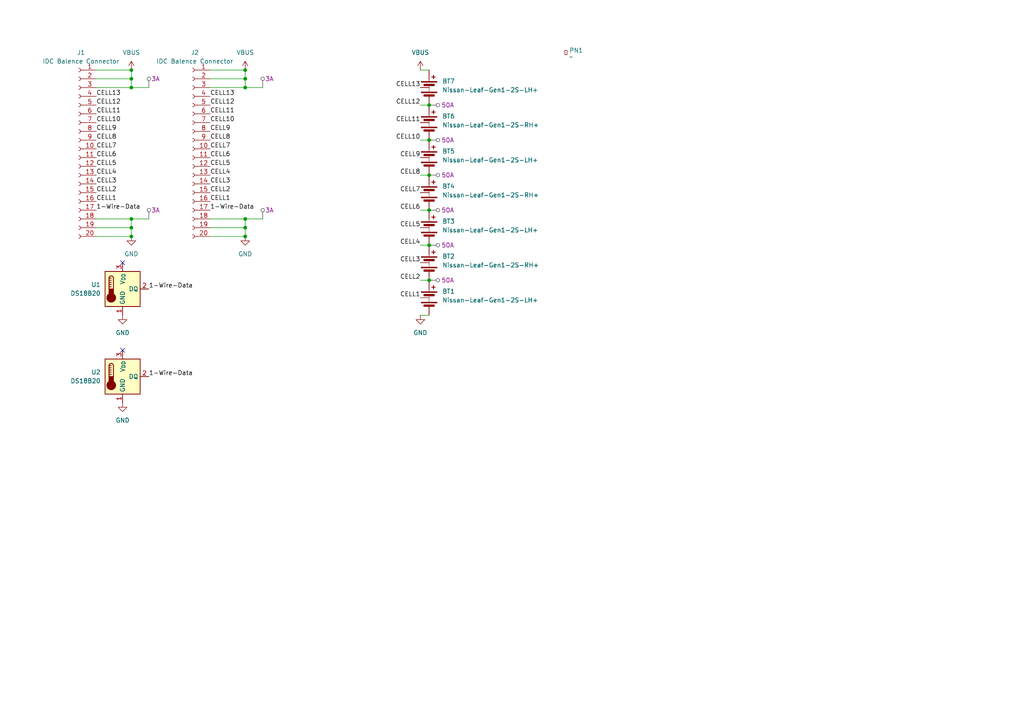
<source format=kicad_sch>
(kicad_sch (version 20250114) (generator "eeschema") (generator_version "9.0")
  (paper "A4")
  (title_block (title "Backplane") (date "2025-04-22") (rev "1") (company "Chris Dirks"))
  (lib_symbols
    (symbol "Connector:Conn_01x20_Socket" (pin_names (offset 1.016) (hide yes))
      (property "Reference" "J" (at 0 25.4 0))
      (property "Value" "Conn_01x20_Socket" (at 0 -27.94 0))
      (symbol "Conn_01x20_Socket_1_1"
        (polyline (pts (xy -1.27 22.86) (xy -0.508 22.86)) (stroke (width 0.1524)))
        (polyline (pts (xy -1.27 20.32) (xy -0.508 20.32)) (stroke (width 0.1524)))
        (polyline (pts (xy -1.27 17.78) (xy -0.508 17.78)) (stroke (width 0.1524)))
        (polyline (pts (xy -1.27 15.24) (xy -0.508 15.24)) (stroke (width 0.1524)))
        (polyline (pts (xy -1.27 12.7) (xy -0.508 12.7)) (stroke (width 0.1524)))
        (polyline (pts (xy -1.27 10.16) (xy -0.508 10.16)) (stroke (width 0.1524)))
        (polyline (pts (xy -1.27 7.62) (xy -0.508 7.62)) (stroke (width 0.1524)))
        (polyline (pts (xy -1.27 5.08) (xy -0.508 5.08)) (stroke (width 0.1524)))
        (polyline (pts (xy -1.27 2.54) (xy -0.508 2.54)) (stroke (width 0.1524)))
        (polyline (pts (xy -1.27 0) (xy -0.508 0)) (stroke (width 0.1524)))
        (polyline (pts (xy -1.27 -2.54) (xy -0.508 -2.54)) (stroke (width 0.1524)))
        (polyline (pts (xy -1.27 -5.08) (xy -0.508 -5.08)) (stroke (width 0.1524)))
        (polyline (pts (xy -1.27 -7.62) (xy -0.508 -7.62)) (stroke (width 0.1524)))
        (polyline (pts (xy -1.27 -10.16) (xy -0.508 -10.16)) (stroke (width 0.1524)))
        (polyline (pts (xy -1.27 -12.7) (xy -0.508 -12.7)) (stroke (width 0.1524)))
        (polyline (pts (xy -1.27 -15.24) (xy -0.508 -15.24)) (stroke (width 0.1524)))
        (polyline (pts (xy -1.27 -17.78) (xy -0.508 -17.78)) (stroke (width 0.1524)))
        (polyline (pts (xy -1.27 -20.32) (xy -0.508 -20.32)) (stroke (width 0.1524)))
        (polyline (pts (xy -1.27 -22.86) (xy -0.508 -22.86)) (stroke (width 0.1524)))
        (polyline (pts (xy -1.27 -25.4) (xy -0.508 -25.4)) (stroke (width 0.1524)))
        (arc (start 0 22.352) (mid -0.5058 22.86) (end 0 23.368) (stroke (width 0.1524)))
        (arc (start 0 19.812) (mid -0.5058 20.32) (end 0 20.828) (stroke (width 0.1524)))
        (arc (start 0 17.272) (mid -0.5058 17.78) (end 0 18.288) (stroke (width 0.1524)))
        (arc (start 0 14.732) (mid -0.5058 15.24) (end 0 15.748) (stroke (width 0.1524)))
        (arc (start 0 12.192) (mid -0.5058 12.7) (end 0 13.208) (stroke (width 0.1524)))
        (arc (start 0 9.652) (mid -0.5058 10.16) (end 0 10.668) (stroke (width 0.1524)))
        (arc (start 0 7.112) (mid -0.5058 7.62) (end 0 8.128) (stroke (width 0.1524)))
        (arc (start 0 4.572) (mid -0.5058 5.08) (end 0 5.588) (stroke (width 0.1524)))
        (arc (start 0 2.032) (mid -0.5058 2.54) (end 0 3.048) (stroke (width 0.1524)))
        (arc (start 0 -0.508) (mid -0.5058 0) (end 0 0.508) (stroke (width 0.1524)))
        (arc (start 0 -3.048) (mid -0.5058 -2.54) (end 0 -2.032) (stroke (width 0.1524)))
        (arc (start 0 -5.588) (mid -0.5058 -5.08) (end 0 -4.572) (stroke (width 0.1524)))
        (arc (start 0 -8.128) (mid -0.5058 -7.62) (end 0 -7.112) (stroke (width 0.1524)))
        (arc (start 0 -10.668) (mid -0.5058 -10.16) (end 0 -9.652) (stroke (width 0.1524)))
        (arc (start 0 -13.208) (mid -0.5058 -12.7) (end 0 -12.192) (stroke (width 0.1524)))
        (arc (start 0 -15.748) (mid -0.5058 -15.24) (end 0 -14.732) (stroke (width 0.1524)))
        (arc (start 0 -18.288) (mid -0.5058 -17.78) (end 0 -17.272) (stroke (width 0.1524)))
        (arc (start 0 -20.828) (mid -0.5058 -20.32) (end 0 -19.812) (stroke (width 0.1524)))
        (arc (start 0 -23.368) (mid -0.5058 -22.86) (end 0 -22.352) (stroke (width 0.1524)))
        (arc (start 0 -25.908) (mid -0.5058 -25.4) (end 0 -24.892) (stroke (width 0.1524)))
        (pin passive line (at -5.08 22.86 0) (length 3.81) (name "Pin_1") (number "1"))
        (pin passive line (at -5.08 20.32 0) (length 3.81) (name "Pin_2") (number "2"))
        (pin passive line (at -5.08 17.78 0) (length 3.81) (name "Pin_3") (number "3"))
        (pin passive line (at -5.08 15.24 0) (length 3.81) (name "Pin_4") (number "4"))
        (pin passive line (at -5.08 12.7 0) (length 3.81) (name "Pin_5") (number "5"))
        (pin passive line (at -5.08 10.16 0) (length 3.81) (name "Pin_6") (number "6"))
        (pin passive line (at -5.08 7.62 0) (length 3.81) (name "Pin_7") (number "7"))
        (pin passive line (at -5.08 5.08 0) (length 3.81) (name "Pin_8") (number "8"))
        (pin passive line (at -5.08 2.54 0) (length 3.81) (name "Pin_9") (number "9"))
        (pin passive line (at -5.08 0 0) (length 3.81) (name "Pin_10") (number "10"))
        (pin passive line (at -5.08 -2.54 0) (length 3.81) (name "Pin_11") (number "11"))
        (pin passive line (at -5.08 -5.08 0) (length 3.81) (name "Pin_12") (number "12"))
        (pin passive line (at -5.08 -7.62 0) (length 3.81) (name "Pin_13") (number "13"))
        (pin passive line (at -5.08 -10.16 0) (length 3.81) (name "Pin_14") (number "14"))
        (pin passive line (at -5.08 -12.7 0) (length 3.81) (name "Pin_15") (number "15"))
        (pin passive line (at -5.08 -15.24 0) (length 3.81) (name "Pin_16") (number "16"))
        (pin passive line (at -5.08 -17.78 0) (length 3.81) (name "Pin_17") (number "17"))
        (pin passive line (at -5.08 -20.32 0) (length 3.81) (name "Pin_18") (number "18"))
        (pin passive line (at -5.08 -22.86 0) (length 3.81) (name "Pin_19") (number "19"))
        (pin passive line (at -5.08 -25.4 0) (length 3.81) (name "Pin_20") (number "20"))
      )
    )
    (symbol "Custom-Symbols:Nissan-Leaf-Gen1-2S-LH+" (pin_numbers (hide yes)) (pin_names (offset 0) (hide yes))
      (property "Reference" "BT" (at 2.54 2.54 0))
      (property "Value" "Nissan-Leaf-Gen1-2S-LH+" (at 2.54 0 0))
      (symbol "Nissan-Leaf-Gen1-2S-LH+_0_1"
        (rectangle (start -2.286 1.778) (end 2.286 1.524) (fill (type outline)))
        (rectangle (start -2.286 -1.27) (end 2.286 -1.524) (fill (type outline)))
        (rectangle (start -1.524 1.016) (end 1.524 0.508) (fill (type outline)))
        (rectangle (start -1.524 -2.032) (end 1.524 -2.54) (fill (type outline)))
        (polyline (pts (xy 0 1.778) (xy 0 2.54)))
        (polyline (pts (xy 0 0) (xy 0 0.254)))
        (polyline (pts (xy 0 -0.508) (xy 0 -0.254)))
        (polyline (pts (xy 0 -1.016) (xy 0 -0.762)))
        (polyline (pts (xy 0.762 3.048) (xy 1.778 3.048)) (stroke (width 0.254)))
        (polyline (pts (xy 1.27 3.556) (xy 1.27 2.54)) (stroke (width 0.254)))
      )
      (symbol "Nissan-Leaf-Gen1-2S-LH+_1_1"
        (pin passive line (at -2.54 0 0) (length 2.54) (name "-") (number "2"))
        (pin passive line (at 0 5.08 270) (length 2.54) (name "+") (number "1"))
        (pin passive line (at 0 -5.08 90) (length 2.54) (name "-") (number "3"))
      )
    )
    (symbol "Custom-Symbols:Nissan-Leaf-Gen1-2S-RH+" (pin_numbers (hide yes)) (pin_names (offset 0) (hide yes))
      (property "Reference" "BT" (at 2.54 2.54 0))
      (property "Value" "Nissan-Leaf-Gen1-2S-RH+" (at 2.54 0 0))
      (symbol "Nissan-Leaf-Gen1-2S-RH+_0_1"
        (rectangle (start -2.286 1.778) (end 2.286 1.524) (fill (type outline)))
        (rectangle (start -2.286 -1.27) (end 2.286 -1.524) (fill (type outline)))
        (rectangle (start -1.524 1.016) (end 1.524 0.508) (fill (type outline)))
        (rectangle (start -1.524 -2.032) (end 1.524 -2.54) (fill (type outline)))
        (polyline (pts (xy 0 1.778) (xy 0 2.54)))
        (polyline (pts (xy 0 0) (xy 0 0.254)))
        (polyline (pts (xy 0 -0.508) (xy 0 -0.254)))
        (polyline (pts (xy 0 -1.016) (xy 0 -0.762)))
        (polyline (pts (xy 0.762 3.048) (xy 1.778 3.048)) (stroke (width 0.254)))
        (polyline (pts (xy 1.27 3.556) (xy 1.27 2.54)) (stroke (width 0.254)))
      )
      (symbol "Nissan-Leaf-Gen1-2S-RH+_1_1"
        (pin passive line (at -2.54 0 0) (length 2.54) (name "-") (number "2"))
        (pin passive line (at 0 5.08 270) (length 2.54) (name "+") (number "1"))
        (pin passive line (at 0 -5.08 90) (length 2.54) (name "-") (number "3"))
      )
    )
    (symbol "PCM_JLCPCB-Manufacturing:Part Number, PCM_JLCPCB, 0.8x0.15mm"
      (property "Reference" "PN" (at 2.286 0 0))
      (symbol "Part Number, PCM_JLCPCB, 0.8x0.15mm_0_1"
        (rectangle (start 0 0.635) (end 0.635 -0.635))
      )
    )
    (symbol "Sensor_Temperature:DS18B20"
      (property "Reference" "U" (at -3.81 6.35 0))
      (property "Value" "DS18B20" (at 6.35 6.35 0))
      (symbol "DS18B20_0_1"
        (rectangle (start -5.08 5.08) (end 5.08 -5.08) (stroke (width 0.254)) (fill (type background)))
        (polyline (pts (xy -3.937 3.175) (xy -3.937 0)) (stroke (width 0.254)))
        (polyline (pts (xy -3.937 3.175) (xy -3.302 3.175)) (stroke (width 0.254)))
        (polyline (pts (xy -3.937 2.54) (xy -3.302 2.54)) (stroke (width 0.254)))
        (polyline (pts (xy -3.937 1.905) (xy -3.302 1.905)) (stroke (width 0.254)))
        (polyline (pts (xy -3.937 1.27) (xy -3.302 1.27)) (stroke (width 0.254)))
        (polyline (pts (xy -3.937 0.635) (xy -3.302 0.635)) (stroke (width 0.254)))
        (arc (start -3.937 3.175) (mid -3.302 3.8073) (end -2.667 3.175) (stroke (width 0.254)))
        (circle (center -3.302 -2.54) (radius 1.27) (stroke (width 0.254)) (fill (type outline)))
        (polyline (pts (xy -2.667 3.175) (xy -2.667 0)) (stroke (width 0.254)))
        (rectangle (start -2.667 -1.905) (end -3.937 0) (stroke (width 0.254)) (fill (type outline)))
      )
      (symbol "DS18B20_1_1"
        (pin power_in line (at 0 7.62 270) (length 2.54) (name "V_{DD}") (number "3"))
        (pin power_in line (at 0 -7.62 90) (length 2.54) (name "GND") (number "1"))
        (pin bidirectional line (at 7.62 0 180) (length 2.54) (name "DQ") (number "2"))
      )
    )
    (symbol "power:GND" (power) (pin_numbers (hide yes)) (pin_names (offset 0) (hide yes))
      (property "Value" "GND" (at 0 -3.81 0))
      (symbol "GND_0_1"
        (polyline (pts (xy 0 0) (xy 0 -1.27) (xy 1.27 -1.27) (xy 0 -2.54) (xy -1.27 -1.27) (xy 0 -1.27)))
      )
      (symbol "GND_1_1"
        (pin power_in line (at 0 0 270) (length 0) (name "~") (number "1"))
      )
    )
    (symbol "power:VBUS" (power) (pin_numbers (hide yes)) (pin_names (offset 0) (hide yes))
      (property "Value" "VBUS" (at 0 3.556 0))
      (symbol "VBUS_0_1"
        (polyline (pts (xy -0.762 1.27) (xy 0 2.54)))
        (polyline (pts (xy 0 2.54) (xy 0.762 1.27)))
        (polyline (pts (xy 0 0) (xy 0 2.54)))
      )
      (symbol "VBUS_1_1"
        (pin power_in line (at 0 0 90) (length 0) (name "~") (number "1"))
      )
    )
  )
  (junction (at 124.46 81.28))
  (junction (at 38.1 22.86))
  (junction (at 124.46 71.12))
  (junction (at 71.12 63.5))
  (junction (at 38.1 68.58))
  (junction (at 38.1 66.04))
  (junction (at 71.12 66.04))
  (junction (at 71.12 22.86))
  (junction (at 124.46 30.48))
  (junction (at 38.1 20.32))
  (junction (at 71.12 68.58))
  (junction (at 71.12 20.32))
  (junction (at 38.1 63.5))
  (junction (at 71.12 25.4))
  (junction (at 38.1 25.4))
  (junction (at 124.46 40.64))
  (junction (at 124.46 60.96))
  (junction (at 124.46 50.8))
  (no_connect (at 35.56 76.2))
  (no_connect (at 35.56 101.6))
  (wire (pts (xy 38.1 66.04) (xy 38.1 68.58)))
  (wire (pts (xy 71.12 63.5) (xy 71.12 66.04)))
  (wire (pts (xy 27.94 66.04) (xy 38.1 66.04)))
  (wire (pts (xy 60.96 25.4) (xy 71.12 25.4)))
  (wire (pts (xy 121.92 20.32) (xy 124.46 20.32)))
  (wire (pts (xy 38.1 22.86) (xy 38.1 20.32)))
  (wire (pts (xy 121.92 71.12) (xy 124.46 71.12)))
  (wire (pts (xy 60.96 63.5) (xy 71.12 63.5)))
  (wire (pts (xy 60.96 68.58) (xy 71.12 68.58)))
  (wire (pts (xy 27.94 20.32) (xy 38.1 20.32)))
  (wire (pts (xy 121.92 40.64) (xy 124.46 40.64)))
  (wire (pts (xy 27.94 25.4) (xy 38.1 25.4)))
  (wire (pts (xy 38.1 25.4) (xy 38.1 22.86)))
  (wire (pts (xy 38.1 25.4) (xy 43.18 25.4)))
  (wire (pts (xy 71.12 22.86) (xy 71.12 20.32)))
  (wire (pts (xy 121.92 91.44) (xy 124.46 91.44)))
  (wire (pts (xy 71.12 25.4) (xy 76.2 25.4)))
  (wire (pts (xy 27.94 63.5) (xy 38.1 63.5)))
  (wire (pts (xy 121.92 30.48) (xy 124.46 30.48)))
  (wire (pts (xy 71.12 25.4) (xy 71.12 22.86)))
  (wire (pts (xy 71.12 63.5) (xy 76.2 63.5)))
  (wire (pts (xy 27.94 68.58) (xy 38.1 68.58)))
  (wire (pts (xy 60.96 66.04) (xy 71.12 66.04)))
  (wire (pts (xy 27.94 22.86) (xy 38.1 22.86)))
  (wire (pts (xy 60.96 20.32) (xy 71.12 20.32)))
  (wire (pts (xy 121.92 81.28) (xy 124.46 81.28)))
  (wire (pts (xy 38.1 63.5) (xy 43.18 63.5)))
  (wire (pts (xy 38.1 63.5) (xy 38.1 66.04)))
  (wire (pts (xy 60.96 22.86) (xy 71.12 22.86)))
  (wire (pts (xy 71.12 66.04) (xy 71.12 68.58)))
  (wire (pts (xy 121.92 60.96) (xy 124.46 60.96)))
  (wire (pts (xy 121.92 50.8) (xy 124.46 50.8)))
  (label "CELL10" (at 121.92 40.64 180))
  (label "CELL1" (at 121.92 86.36 180))
  (label "CELL8" (at 27.94 40.64 0))
  (label "1-Wire-Data" (at 43.18 109.22 0))
  (label "CELL4" (at 60.96 50.8 0))
  (label "CELL12" (at 121.92 30.48 180))
  (label "CELL7" (at 27.94 43.18 0))
  (label "CELL9" (at 27.94 38.1 0))
  (label "CELL4" (at 121.92 71.12 180))
  (label "CELL6" (at 60.96 45.72 0))
  (label "CELL7" (at 121.92 55.88 180))
  (label "CELL10" (at 27.94 35.56 0))
  (label "CELL9" (at 121.92 45.72 180))
  (label "1-Wire-Data" (at 60.96 60.96 0))
  (label "CELL13" (at 27.94 27.94 0))
  (label "CELL2" (at 27.94 55.88 0))
  (label "CELL5" (at 27.94 48.26 0))
  (label "CELL6" (at 27.94 45.72 0))
  (label "CELL10" (at 60.96 35.56 0))
  (label "CELL4" (at 27.94 50.8 0))
  (label "CELL13" (at 60.96 27.94 0))
  (label "CELL13" (at 121.92 25.4 180))
  (label "CELL12" (at 60.96 30.48 0))
  (label "CELL8" (at 121.92 50.8 180))
  (label "CELL8" (at 60.96 40.64 0))
  (label "CELL1" (at 60.96 58.42 0))
  (label "CELL3" (at 121.92 76.2 180))
  (label "CELL9" (at 60.96 38.1 0))
  (label "CELL5" (at 60.96 48.26 0))
  (label "1-Wire-Data" (at 43.18 83.82 0))
  (label "CELL5" (at 121.92 66.04 180))
  (label "CELL11" (at 121.92 35.56 180))
  (label "CELL1" (at 27.94 58.42 0))
  (label "CELL2" (at 121.92 81.28 180))
  (label "CELL11" (at 27.94 33.02 0))
  (label "CELL2" (at 60.96 55.88 0))
  (label "CELL7" (at 60.96 43.18 0))
  (label "1-Wire-Data" (at 27.94 60.96 0))
  (label "CELL3" (at 27.94 53.34 0))
  (label "CELL11" (at 60.96 33.02 0))
  (label "CELL6" (at 121.92 60.96 180))
  (label "CELL3" (at 60.96 53.34 0))
  (label "CELL12" (at 27.94 30.48 0))
  (netclass_flag "" (length 2.54) (shape round) (at 124.46 50.8 270) (property "Netclass" "50A" (at 128.016 50.8 0) (effects (justify left))))
  (netclass_flag "" (length 2.54) (shape round) (at 76.2 63.5 0) (property "Netclass" "3A" (at 76.8985 60.96 0) (effects (justify left))))
  (netclass_flag "" (length 2.54) (shape round) (at 124.46 40.64 270) (property "Netclass" "50A" (at 128.016 40.64 0) (effects (justify left))))
  (netclass_flag "" (length 2.54) (shape round) (at 124.46 30.48 270) (property "Netclass" "50A" (at 128.016 30.48 0) (effects (justify left))))
  (netclass_flag "" (length 2.54) (shape round) (at 43.18 63.5 0) (property "Netclass" "3A" (at 43.8785 60.96 0) (effects (justify left))))
  (netclass_flag "" (length 2.54) (shape round) (at 124.46 81.28 270) (property "Netclass" "50A" (at 128.016 81.28 0) (effects (justify left))))
  (netclass_flag "" (length 2.54) (shape round) (at 124.46 60.96 270) (property "Netclass" "50A" (at 128.016 60.96 0) (effects (justify left))))
  (netclass_flag "" (length 2.54) (shape round) (at 124.46 71.12 270) (property "Netclass" "50A" (at 128.016 71.12 0) (effects (justify left))))
  (netclass_flag "" (length 2.54) (shape round) (at 43.18 25.4 0) (property "Netclass" "3A" (at 43.8785 22.86 0) (effects (justify left))))
  (netclass_flag "" (length 2.54) (shape round) (at 76.2 25.4 0) (property "Netclass" "3A" (at 76.8985 22.86 0) (effects (justify left))))
  (symbol (lib_id "Connector:Conn_01x20_Socket") (at 55.88 43.18 0) (mirror y) (unit 1)
    (property "Reference" "J2" (at 56.515 15.24 0))
    (property "Value" "IDC Balence Connector" (at 56.515 17.78 0))
    (property "Footprint" "Connector_IDC:IDC-Header_2x10_P2.54mm_Vertical" (effects (hide yes)))
    (property "Description" "Generic connector, single row, 01x20, script generated" (effects (hide yes)))
  )
  (symbol (lib_id "Custom-Symbols:Nissan-Leaf-Gen1-2S-LH+") (at 124.46 66.04 0) (unit 1)
    (property "Reference" "BT3" (at 128.27 64.1984 0) (effects (justify left)))
    (property "Value" "Nissan-Leaf-Gen1-2S-LH+" (at 128.27 66.7384 0) (effects (justify left)))
    (property "Footprint" "Custom-Footprints:Nissan-Leaf-Gen1-2S-LH+" (effects (hide yes)))
    (property "Description" "Multiple-cell battery" (effects (hide yes)))
  )
  (symbol (lib_id "Custom-Symbols:Nissan-Leaf-Gen1-2S-RH+") (at 124.46 55.88 0) (unit 1)
    (property "Reference" "BT4" (at 128.27 54.0384 0) (effects (justify left)))
    (property "Value" "Nissan-Leaf-Gen1-2S-RH+" (at 128.27 56.5784 0) (effects (justify left)))
    (property "Footprint" "Custom-Footprints:Nissan-Leaf-Gen1-2S-RH+" (effects (hide yes)))
    (property "Description" "Multiple-cell battery" (effects (hide yes)))
  )
  (symbol (lib_id "Custom-Symbols:Nissan-Leaf-Gen1-2S-LH+") (at 124.46 86.36 0) (unit 1)
    (property "Reference" "BT1" (at 128.27 84.5184 0) (effects (justify left)))
    (property "Value" "Nissan-Leaf-Gen1-2S-LH+" (at 128.27 87.0584 0) (effects (justify left)))
    (property "Footprint" "Custom-Footprints:Nissan-Leaf-Gen1-2S-LH+" (effects (hide yes)))
    (property "Description" "Multiple-cell battery" (effects (hide yes)))
  )
  (symbol (lib_id "Custom-Symbols:Nissan-Leaf-Gen1-2S-RH+") (at 124.46 35.56 0) (unit 1)
    (property "Reference" "BT6" (at 128.27 33.7184 0) (effects (justify left)))
    (property "Value" "Nissan-Leaf-Gen1-2S-RH+" (at 128.27 36.2584 0) (effects (justify left)))
    (property "Footprint" "Custom-Footprints:Nissan-Leaf-Gen1-2S-RH+" (effects (hide yes)))
    (property "Description" "Multiple-cell battery" (effects (hide yes)))
  )
  (symbol (lib_id "Connector:Conn_01x20_Socket") (at 22.86 43.18 0) (mirror y) (unit 1)
    (property "Reference" "J1" (at 23.495 15.24 0))
    (property "Value" "IDC Balence Connector" (at 23.495 17.78 0))
    (property "Footprint" "Connector_IDC:IDC-Header_2x10_P2.54mm_Vertical" (effects (hide yes)))
    (property "Description" "Generic connector, single row, 01x20, script generated" (effects (hide yes)))
  )
  (symbol (lib_id "Sensor_Temperature:DS18B20") (at 35.56 83.82 0) (unit 1)
    (property "Reference" "U1" (at 29.21 82.5499 0) (effects (justify right)))
    (property "Value" "DS18B20" (at 29.21 85.0899 0) (effects (justify right)))
    (property "Footprint" "Package_TO_SOT_THT:TO-92_Inline_Horizontal1" (effects (hide yes)))
    (property "Datasheet" "http://datasheets.maximintegrated.com/en/ds/DS18B20.pdf" (effects (hide yes)))
    (property "Description" "Programmable Resolution 1-Wire Digital Thermometer TO-92" (effects (hide yes)))
  )
  (symbol (lib_id "Custom-Symbols:Nissan-Leaf-Gen1-2S-LH+") (at 124.46 25.4 0) (unit 1)
    (property "Reference" "BT7" (at 128.27 23.5584 0) (effects (justify left)))
    (property "Value" "Nissan-Leaf-Gen1-2S-LH+" (at 128.27 26.0984 0) (effects (justify left)))
    (property "Footprint" "Custom-Footprints:Nissan-Leaf-Gen1-2S-LH+" (effects (hide yes)))
    (property "Description" "Multiple-cell battery" (effects (hide yes)))
  )
  (symbol (lib_id "Sensor_Temperature:DS18B20") (at 35.56 109.22 0) (unit 1)
    (property "Reference" "U2" (at 29.21 107.9499 0) (effects (justify right)))
    (property "Value" "DS18B20" (at 29.21 110.4899 0) (effects (justify right)))
    (property "Footprint" "Package_TO_SOT_THT:TO-92_Inline_Horizontal1" (effects (hide yes)))
    (property "Datasheet" "http://datasheets.maximintegrated.com/en/ds/DS18B20.pdf" (effects (hide yes)))
    (property "Description" "Programmable Resolution 1-Wire Digital Thermometer TO-92" (effects (hide yes)))
  )
  (symbol (lib_id "power:VBUS") (at 121.92 20.32 0) (unit 1)
    (property "Reference" "#PWR02" (effects (hide yes)))
    (property "Value" "VBUS" (at 121.92 15.24 0))
    (property "Description" "Power symbol creates a global label with name \"VBUS\"" (effects (hide yes)))
  )
  (symbol (lib_id "power:GND") (at 35.56 91.44 0) (unit 1)
    (property "Reference" "#PWR07" (effects (hide yes)))
    (property "Value" "GND" (at 35.56 96.52 0))
    (property "Description" "Power symbol creates a global label with name \"GND\" , ground" (effects (hide yes)))
  )
  (symbol (lib_id "power:GND") (at 38.1 68.58 0) (unit 1)
    (property "Reference" "#PWR014" (effects (hide yes)))
    (property "Value" "GND" (at 38.1 73.66 0))
    (property "Description" "Power symbol creates a global label with name \"GND\" , ground" (effects (hide yes)))
  )
  (symbol (lib_id "Custom-Symbols:Nissan-Leaf-Gen1-2S-LH+") (at 124.46 45.72 0) (unit 1)
    (property "Reference" "BT5" (at 128.27 43.8784 0) (effects (justify left)))
    (property "Value" "Nissan-Leaf-Gen1-2S-LH+" (at 128.27 46.4184 0) (effects (justify left)))
    (property "Footprint" "Custom-Footprints:Nissan-Leaf-Gen1-2S-LH+" (effects (hide yes)))
    (property "Description" "Multiple-cell battery" (effects (hide yes)))
  )
  (symbol (lib_id "power:GND") (at 35.56 116.84 0) (unit 1)
    (property "Reference" "#PWR08" (effects (hide yes)))
    (property "Value" "GND" (at 35.56 121.92 0))
    (property "Description" "Power symbol creates a global label with name \"GND\" , ground" (effects (hide yes)))
  )
  (symbol (lib_id "Custom-Symbols:Nissan-Leaf-Gen1-2S-RH+") (at 124.46 76.2 0) (unit 1)
    (property "Reference" "BT2" (at 128.27 74.3584 0) (effects (justify left)))
    (property "Value" "Nissan-Leaf-Gen1-2S-RH+" (at 128.27 76.8984 0) (effects (justify left)))
    (property "Footprint" "Custom-Footprints:Nissan-Leaf-Gen1-2S-RH+" (effects (hide yes)))
    (property "Description" "Multiple-cell battery" (effects (hide yes)))
  )
  (symbol (lib_id "PCM_JLCPCB-Manufacturing:Part Number, PCM_JLCPCB, 0.8x0.15mm") (at 163.83 15.24 0) (unit 1)
    (property "Reference" "PN1" (at 165.1 14.6049 0) (effects (justify left)))
    (property "Value" "~" (at 165.1 16.51 0) (effects (justify left)))
    (property "Footprint" "PCM_JLCPCB:Part_Num_JLCPCB" (effects (hide yes)))
    (property "Datasheet" "https://jlcpcb.com/help/article/How-to-remove-order-number-from-your-PCB" (effects (hide yes)))
    (property "Description" "To indicate the location, simply add the text \"JLCJLCJLCJLC\" to the silk layer and select the \"Specify a location\" option when placing your order. Please note that if this option is not chosen, we may not notice that you have added the text.   Note: Use only \"JLCJLCJLCJLC\" without any additional characters. The font size should be larger than 0.8mm in height and 0.15mm in width." (effects (hide yes)))
  )
  (symbol (lib_id "power:GND") (at 71.12 68.58 0) (unit 1)
    (property "Reference" "#PWR016" (effects (hide yes)))
    (property "Value" "GND" (at 71.12 73.66 0))
    (property "Description" "Power symbol creates a global label with name \"GND\" , ground" (effects (hide yes)))
  )
  (symbol (lib_id "power:VBUS") (at 38.1 20.32 0) (unit 1)
    (property "Reference" "#PWR013" (effects (hide yes)))
    (property "Value" "VBUS" (at 38.1 15.24 0))
    (property "Description" "Power symbol creates a global label with name \"VBUS\"" (effects (hide yes)))
  )
  (symbol (lib_id "power:VBUS") (at 71.12 20.32 0) (unit 1)
    (property "Reference" "#PWR015" (effects (hide yes)))
    (property "Value" "VBUS" (at 71.12 15.24 0))
    (property "Description" "Power symbol creates a global label with name \"VBUS\"" (effects (hide yes)))
  )
  (symbol (lib_id "power:GND") (at 121.92 91.44 0) (unit 1)
    (property "Reference" "#PWR01" (effects (hide yes)))
    (property "Value" "GND" (at 121.92 96.52 0))
    (property "Description" "Power symbol creates a global label with name \"GND\" , ground" (effects (hide yes)))
  )
)
</source>
